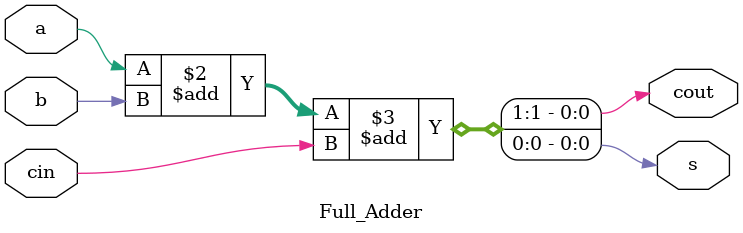
<source format=v>
module Full_Adder (a, b, cin, s, cout);

input a, b, cin;
output reg s, cout;

always @ (*) begin
  {cout, s} = a + b + cin;
end

endmodule
</source>
